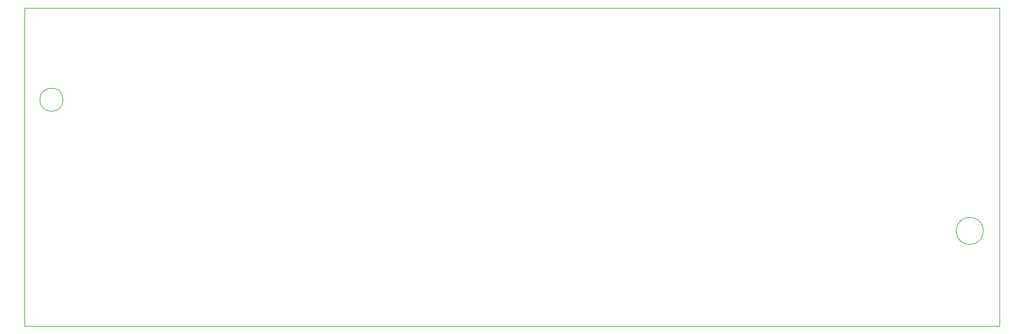
<source format=gbr>
%TF.GenerationSoftware,KiCad,Pcbnew,9.0.2*%
%TF.CreationDate,2025-07-01T15:23:45+02:00*%
%TF.ProjectId,pa-cockpit_door_video,70612d63-6f63-46b7-9069-745f646f6f72,rev?*%
%TF.SameCoordinates,Original*%
%TF.FileFunction,Profile,NP*%
%FSLAX46Y46*%
G04 Gerber Fmt 4.6, Leading zero omitted, Abs format (unit mm)*
G04 Created by KiCad (PCBNEW 9.0.2) date 2025-07-01 15:23:45*
%MOMM*%
%LPD*%
G01*
G04 APERTURE LIST*
%TA.AperFunction,Profile*%
%ADD10C,0.050000*%
%TD*%
G04 APERTURE END LIST*
D10*
X213124846Y-103475154D02*
G75*
G02*
X209075154Y-103475154I-2024846J0D01*
G01*
X209075154Y-103475154D02*
G75*
G02*
X213124846Y-103475154I2024846J0D01*
G01*
X70500000Y-70300000D02*
X215500000Y-70300000D01*
X215500000Y-117600000D01*
X70500000Y-117600000D01*
X70500000Y-70300000D01*
X76229992Y-83954416D02*
G75*
G02*
X72770008Y-83954416I-1729992J0D01*
G01*
X72770008Y-83954416D02*
G75*
G02*
X76229992Y-83954416I1729992J0D01*
G01*
M02*

</source>
